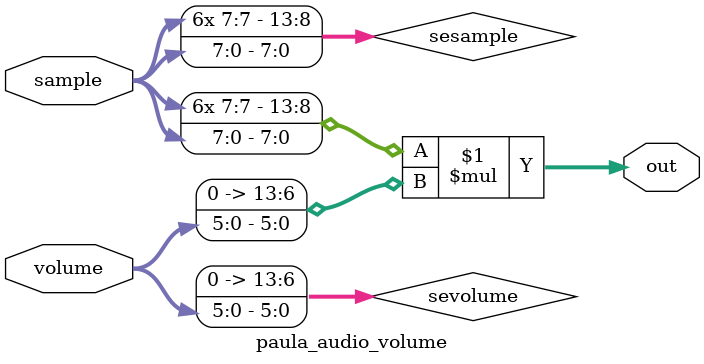
<source format=v>



module paula_audio_volume
(
  input   [7:0] sample,    //signed sample input
  input  [5:0] volume,    //unsigned volume input
  output  [13:0] out      //signed product out
);

wire  [13:0] sesample;       //sign extended sample
wire  [13:0] sevolume;    //sign extended volume

//sign extend input parameters
assign   sesample[13:0] = {{6{sample[7]}},sample[7:0]};
assign  sevolume[13:0] = {8'b00000000,volume[5:0]};

//multiply, synthesizer should infer multiplier here
assign out[13:0] = {sesample[13:0] * sevolume[13:0]};


endmodule


</source>
